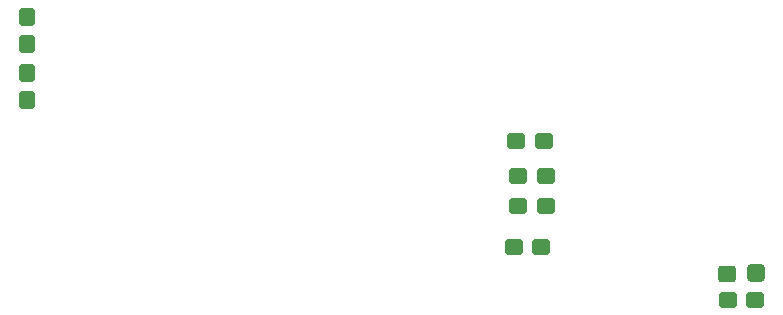
<source format=gbr>
%TF.GenerationSoftware,KiCad,Pcbnew,9.0.2*%
%TF.CreationDate,2025-09-30T17:54:07+08:00*%
%TF.ProjectId,IMD_TSMS_latch_logic,494d445f-5453-44d5-935f-6c617463685f,rev?*%
%TF.SameCoordinates,Original*%
%TF.FileFunction,Paste,Bot*%
%TF.FilePolarity,Positive*%
%FSLAX46Y46*%
G04 Gerber Fmt 4.6, Leading zero omitted, Abs format (unit mm)*
G04 Created by KiCad (PCBNEW 9.0.2) date 2025-09-30 17:54:07*
%MOMM*%
%LPD*%
G01*
G04 APERTURE LIST*
G04 Aperture macros list*
%AMRoundRect*
0 Rectangle with rounded corners*
0 $1 Rounding radius*
0 $2 $3 $4 $5 $6 $7 $8 $9 X,Y pos of 4 corners*
0 Add a 4 corners polygon primitive as box body*
4,1,4,$2,$3,$4,$5,$6,$7,$8,$9,$2,$3,0*
0 Add four circle primitives for the rounded corners*
1,1,$1+$1,$2,$3*
1,1,$1+$1,$4,$5*
1,1,$1+$1,$6,$7*
1,1,$1+$1,$8,$9*
0 Add four rect primitives between the rounded corners*
20,1,$1+$1,$2,$3,$4,$5,0*
20,1,$1+$1,$4,$5,$6,$7,0*
20,1,$1+$1,$6,$7,$8,$9,0*
20,1,$1+$1,$8,$9,$2,$3,0*%
G04 Aperture macros list end*
%ADD10RoundRect,0.278125X0.389375X-0.474375X0.389375X0.474375X-0.389375X0.474375X-0.389375X-0.474375X0*%
%ADD11RoundRect,0.278125X-0.389375X0.474375X-0.389375X-0.474375X0.389375X-0.474375X0.389375X0.474375X0*%
%ADD12RoundRect,0.305575X-0.460025X-0.412525X0.460025X-0.412525X0.460025X0.412525X-0.460025X0.412525X0*%
%ADD13RoundRect,0.308511X-0.457089X-0.416489X0.457089X-0.416489X0.457089X0.416489X-0.457089X0.416489X0*%
%ADD14RoundRect,0.278125X-0.474375X-0.389375X0.474375X-0.389375X0.474375X0.389375X-0.474375X0.389375X0*%
%ADD15RoundRect,0.278125X0.474375X0.389375X-0.474375X0.389375X-0.474375X-0.389375X0.474375X-0.389375X0*%
G04 APERTURE END LIST*
D10*
%TO.C,R35*%
X97282500Y-95902500D03*
X97282500Y-93597500D03*
%TD*%
D11*
%TO.C,R32*%
X97217500Y-98347500D03*
X97217500Y-100652500D03*
%TD*%
D12*
%TO.C,C3*%
X156539400Y-115356900D03*
D13*
X158970600Y-115350000D03*
%TD*%
D14*
%TO.C,R15*%
X138700000Y-104100000D03*
X141005000Y-104100000D03*
%TD*%
%TO.C,R16*%
X138450000Y-113100000D03*
X140755000Y-113100000D03*
%TD*%
D15*
%TO.C,R6*%
X158907500Y-117567500D03*
X156602500Y-117567500D03*
%TD*%
D14*
%TO.C,R13*%
X138852500Y-109632500D03*
X141157500Y-109632500D03*
%TD*%
%TO.C,R11*%
X138852500Y-107132500D03*
X141157500Y-107132500D03*
%TD*%
M02*

</source>
